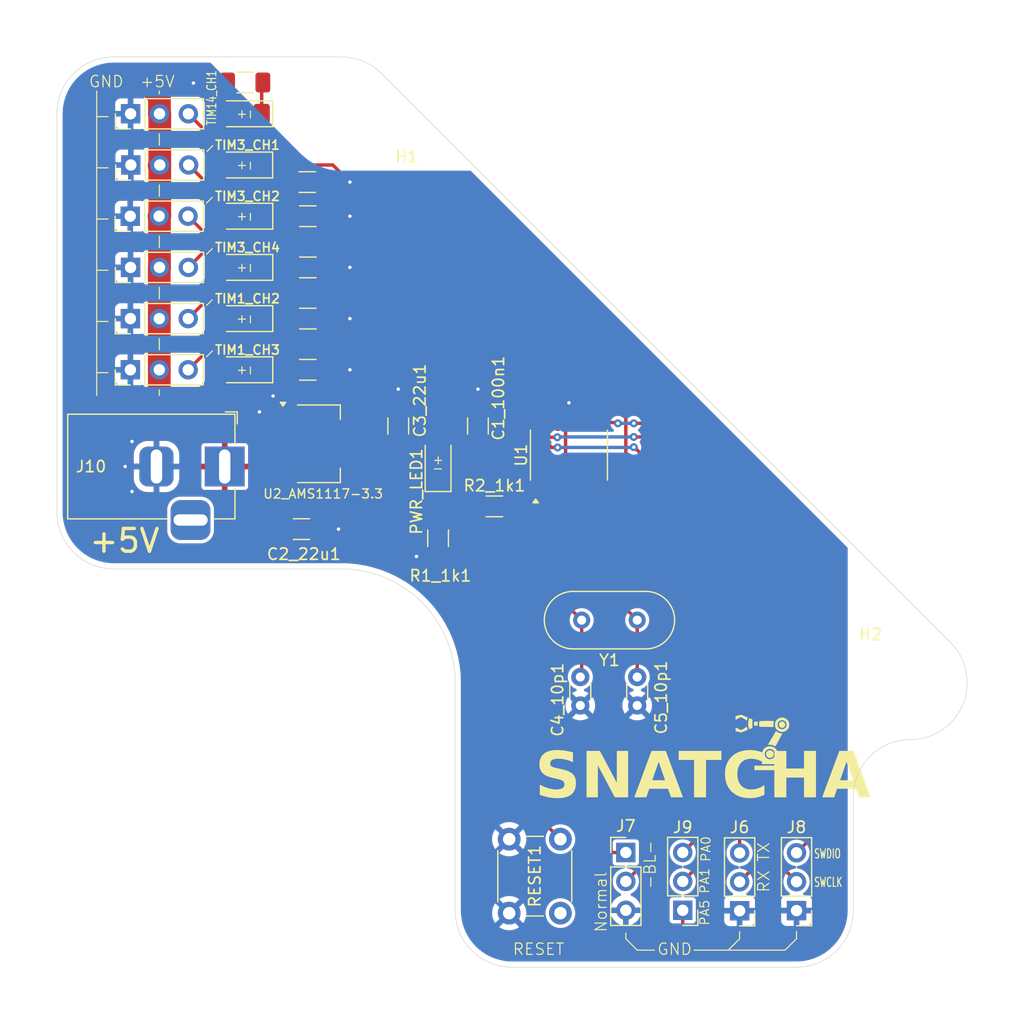
<source format=kicad_pcb>
(kicad_pcb (version 20240108) (generator "pcbnew") (generator_version "8.0")
  (layers (0 "F.Cu" signal) (31 "B.Cu" power) (34 "B.Paste" user) (35 "F.Paste" user) (36 "B.SilkS" user "B.Silkscreen") (37 "F.SilkS" user "F.Silkscreen") (38 "B.Mask" user) (39 "F.Mask" user) (44 "Edge.Cuts" user))
  (net 0 "")
  (net 1 "GND")
  (net 2 "+3V3")
  (net 3 "VBUS")
  (net 4 "/TIM1_CH3")
  (net 5 "/TIM3_CH2")
  (net 6 "/TIM3_CH1")
  (net 7 "/TIM3_CH4")
  (net 8 "/HSE_IN")
  (net 9 "/HSE_OUT")
  (net 10 "/SWCLK")
  (net 11 "/SWDIO")
  (net 12 "/LED-")
  (net 13 "/BOOT0")
  (net 14 "/PA1")
  (net 15 "/TIM14_CH1")
  (net 16 "/NRST")
  (net 17 "/PA0")
  (net 18 "/PA5")
  (net 19 "/TX")
  (net 20 "/RX")
  (net 21 "/TIM1_CH2")
  (net 23 "Net-(T14C1_LED1-K)")
  (net 24 "Net-(T3C1_LED1-K)")
  (net 25 "Net-(T3C2_LED1-K)")
  (net 26 "Net-(T1C2_LED1-K)")
  (net 27 "Net-(T1C3_LED1-K)")
  (net 28 "Net-(T3C4_LED1-K)")
  (footprint "MountingHole:MountingHole_3.2mm_M3" (layer "F.Cu") (at 125 100)
    (property "Reference" "H2")
    (property "Value" "MountingHole")
  )
  (footprint "LED_SMD:LED_1206_3216Metric_Pad1.42x1.75mm_HandSolder" (layer "F.Cu") (at 66.5125 63.5 180)
    (property "Reference" "T3C4_LED1" (hide yes))
    (property "Value" "LED")
  )
  (footprint "Connector_PinHeader_2.54mm:PinHeader_1x03_P2.54mm_Vertical" (layer "F.Cu") (at 56.5 54.5 90)
    (property "Reference" "TIM3_CH1")
    (property "Value" "Conn_01x03_Pin")
  )
  (footprint "Connector_BarrelJack:BarrelJack_Horizontal" (layer "F.Cu") (at 64.75 81)
    (property "Reference" "J10")
    (property "Value" "Barrel_Jack_Switch")
  )
  (footprint "Resistor_SMD:R_1206_3216Metric_Pad1.30x1.75mm_HandSolder" (layer "F.Cu") (at 72.05 72.5 180)
    (property "Reference" "R1_1k6" (hide yes))
    (property "Value" "1k")
  )
  (footprint "LED_SMD:LED_1206_3216Metric_Pad1.42x1.75mm_HandSolder" (layer "F.Cu") (at 66.5 54.5 180)
    (property "Reference" "T3C1_LED1" (hide yes))
    (property "Value" "LED")
  )
  (footprint "Resistor_SMD:R_1206_3216Metric_Pad1.30x1.75mm_HandSolder" (layer "F.Cu") (at 72.05 59 180)
    (property "Reference" "R1_1k4" (hide yes))
    (property "Value" "1k")
  )
  (footprint "Crystal:Crystal_HC49-4H_Vertical" (layer "F.Cu") (at 101 94.5 180)
    (property "Reference" "Y1")
    (property "Value" "8MHz")
  )
  (footprint "Connector_PinHeader_2.54mm:PinHeader_1x03_P2.54mm_Vertical" (layer "F.Cu") (at 56.46 72.5 90)
    (property "Reference" "TIM1_CH3")
    (property "Value" "Conn_01x03_Pin")
  )
  (footprint "Connector_PinHeader_2.54mm:PinHeader_1x03_P2.54mm_Vertical" (layer "F.Cu") (at 100 114.92)
    (property "Reference" "J7")
    (property "Value" "Conn_01x03_Pin")
  )
  (footprint "Resistor_SMD:R_1206_3216Metric_Pad1.30x1.75mm_HandSolder" (layer "F.Cu") (at 83.5 87.3 -90)
    (property "Reference" "R1_1k1")
    (property "Value" "1k")
  )
  (footprint "LED_SMD:LED_1206_3216Metric_Pad1.42x1.75mm_HandSolder" (layer "F.Cu") (at 66.5125 72.5 180)
    (property "Reference" "T1C3_LED1" (hide yes))
    (property "Value" "LED")
  )
  (footprint "Capacitor_SMD:C_1206_3216Metric_Pad1.33x1.80mm_HandSolder" (layer "F.Cu") (at 87 77.4375 90)
    (property "Reference" "C1_100n1")
    (property "Value" "100n")
  )
  (footprint "Resistor_SMD:R_1206_3216Metric_Pad1.30x1.75mm_HandSolder" (layer "F.Cu") (at 66.55 47.25)
    (property "Reference" "R1_1k2" (hide yes))
    (property "Value" "1k")
  )
  (footprint "Resistor_SMD:R_1206_3216Metric_Pad1.30x1.75mm_HandSolder" (layer "F.Cu") (at 88.45 84.5)
    (property "Reference" "R2_1k1")
    (property "Value" "1k")
  )
  (footprint "Connector_PinHeader_2.54mm:PinHeader_1x03_P2.54mm_Vertical" (layer "F.Cu") (at 56.46 68 90)
    (property "Reference" "TIM1_CH2")
    (property "Value" "Conn_01x03_Pin")
  )
  (footprint "Connector_PinHeader_2.54mm:PinHeader_1x03_P2.54mm_Vertical" (layer "F.Cu") (at 110 120.04 180)
    (property "Reference" "J6")
    (property "Value" "Conn_01x03_Pin")
  )
  (footprint "LED_SMD:LED_1206_3216Metric_Pad1.42x1.75mm_HandSolder" (layer "F.Cu") (at 83.5 80.7375 90)
    (property "Reference" "PWR_LED1")
    (property "Value" "LED")
  )
  (footprint "Resistor_SMD:R_1206_3216Metric_Pad1.30x1.75mm_HandSolder" (layer "F.Cu") (at 72.05 63.5 180)
    (property "Reference" "R1_1k7" (hide yes))
    (property "Value" "1k")
  )
  (footprint "Capacitor_THT:C_Disc_D3.0mm_W1.6mm_P2.50mm" (layer "F.Cu") (at 96 99.5 -90)
    (property "Reference" "C4_10p1")
    (property "Value" "10p")
  )
  (footprint "Button_Switch_THT:SW_PUSH_6mm" (layer "F.Cu") (at 89.75 120.25 90)
    (property "Reference" "RESET1")
    (property "Value" "SW_Push_Dual_x2")
  )
  (footprint "Package_TO_SOT_SMD:SOT-223-3_TabPin2" (layer "F.Cu") (at 73 79)
    (property "Reference" "U2_AMS1117-3.3")
    (property "Value" "AMS1117-3.3")
  )
  (footprint "Capacitor_THT:C_Disc_D3.0mm_W1.6mm_P2.50mm" (layer "F.Cu") (at 101 99.5 -90)
    (property "Reference" "C5_10p1")
    (property "Value" "10p")
  )
  (footprint "Connector_PinHeader_2.54mm:PinHeader_1x03_P2.54mm_Vertical" (layer "F.Cu") (at 56.475 50 90)
    (property "Reference" "TIM14_CH1")
    (property "Value" "Conn_01x03_Pin")
  )
  (footprint "Connector_PinHeader_2.54mm:PinHeader_1x03_P2.54mm_Vertical" (layer "F.Cu") (at 56.445 59 90)
    (property "Reference" "TIM3_CH2")
    (property "Value" "Conn_01x03_Pin")
  )
  (footprint "Connector_PinHeader_2.54mm:PinHeader_1x03_P2.54mm_Vertical" (layer "F.Cu") (at 56.475 63.5 90)
    (property "Reference" "TIM3_CH4")
    (property "Value" "Conn_01x03_Pin")
  )
  (footprint "Resistor_SMD:R_1206_3216Metric_Pad1.30x1.75mm_HandSolder" (layer "F.Cu") (at 72 56 180)
    (property "Reference" "R1_1k3" (hide yes))
    (property "Value" "1k")
  )
  (footprint "LED_SMD:LED_1206_3216Metric_Pad1.42x1.75mm_HandSolder" (layer "F.Cu") (at 66.5125 59 180)
    (property "Reference" "T3C2_LED1" (hide yes))
    (property "Value" "LED")
  )
  (footprint "Capacitor_SMD:C_1206_3216Metric_Pad1.33x1.80mm_HandSolder" (layer "F.Cu") (at 80 77.4375 90)
    (property "Reference" "C3_22u1")
    (property "Value" "22u")
  )
  (footprint "Resistor_SMD:R_1206_3216Metric_Pad1.30x1.75mm_HandSolder" (layer "F.Cu") (at 72.05 68 180)
    (property "Reference" "R1_1k5" (hide yes))
    (property "Value" "1k")
  )
  (footprint "MountingHole:MountingHole_3.2mm_M3" (layer "F.Cu") (at 75 50)
    (property "Reference" "H1")
    (property "Value" "MountingHole")
  )
  (footprint "LED_SMD:LED_1206_3216Metric_Pad1.42x1.75mm_HandSolder" (layer "F.Cu") (at 66.5125 68 180)
    (property "Reference" "T1C2_LED1" (hide yes))
    (property "Value" "LED")
  )
  (footprint "LOGO" (layer "F.Cu") (at 112 105.25)
    (property "Reference" "G***" (hide yes))
    (property "Value" "LOGO" (hide yes))
  )
  (footprint "Connector_PinHeader_2.54mm:PinHeader_1x03_P2.54mm_Vertical" (layer "F.Cu") (at 115 120.025 180)
    (property "Reference" "J8")
    (property "Value" "Conn_01x03_Pin")
  )
  (footprint "Capacitor_SMD:C_1206_3216Metric_Pad1.33x1.80mm_HandSolder" (layer "F.Cu") (at 71.5 86.5)
    (property "Reference" "C2_22u1")
    (property "Value" "22u")
  )
  (footprint "Connector_PinHeader_2.54mm:PinHeader_1x03_P2.54mm_Vertical" (layer "F.Cu") (at 105 120 180)
    (property "Reference" "J9")
    (property "Value" "Conn_01x03_Pin")
  )
  (footprint "LED_SMD:LED_1206_3216Metric_Pad1.42x1.75mm_HandSolder" (layer "F.Cu") (at 66.5125 50 180)
    (property "Reference" "T14C1_LED1" (hide yes))
    (property "Value" "LED")
  )
  (footprint "Package_SO:TSSOP-20_4.4x6.5mm_P0.65mm" (layer "F.Cu") (at 95 80 90)
    (property "Reference" "U1")
    (property "Value" "STM32F070F6Px")
  )
  (gr_line (start 53.5 50.25) (end 54.5 50.25) (stroke (width 0.1)) (layer "F.SilkS"))
  (gr_line (start 101 123.5) (end 100 122.5) (stroke (width 0.1)) (layer "F.SilkS"))
  (gr_line (start 59 65.25) (end 59 66.25) (stroke (width 0.1)) (layer "F.SilkS"))
  (gr_line (start 53.5 54.75) (end 54.5 54.75) (stroke (width 0.1)) (layer "F.SilkS"))
  (gr_line (start 63.65 70.85) (end 63.15 71.35) (stroke (width 0.1)) (layer "F.SilkS"))
  (gr_line (start 115 122.5) (end 115 121.855) (stroke (width 0.1)) (layer "F.SilkS"))
  (gr_line (start 59 51.75) (end 59 52.75) (stroke (width 0.1)) (layer "F.SilkS"))
  (gr_line (start 59 56.25) (end 59 57.25) (stroke (width 0.1)) (layer "F.SilkS"))
  (gr_line (start 63.65 57.35) (end 63.15 57.85) (stroke (width 0.1)) (layer "F.SilkS"))
  (gr_line (start 53.5 63.75) (end 54.5 63.75) (stroke (width 0.1)) (layer "F.SilkS"))
  (gr_line (start 106 123.5) (end 113.5 123.5) (stroke (width 0.1)) (layer "F.SilkS"))
  (gr_line (start 110 121.87) (end 110 122.5) (stroke (width 0.1)) (layer "F.SilkS"))
  (gr_line (start 100 122.5) (end 100 122) (stroke (width 0.1)) (layer "F.SilkS"))
  (gr_line (start 53.5 59.25) (end 54.5 59.25) (stroke (width 0.1)) (layer "F.SilkS"))
  (gr_line (start 59 48) (end 59 48.25) (stroke (width 0.1)) (layer "F.SilkS"))
  (gr_line (start 110 122.5) (end 109 123.5) (stroke (width 0.1)) (layer "F.SilkS"))
  (gr_line (start 53.5 68.25) (end 54.5 68.25) (stroke (width 0.1)) (layer "F.SilkS"))
  (gr_line (start 59 69.75) (end 59 70.75) (stroke (width 0.1)) (layer "F.SilkS"))
  (gr_line (start 59 74.25) (end 59 74.75) (stroke (width 0.1)) (layer "F.SilkS"))
  (gr_line (start 59 60.75) (end 59 61.75) (stroke (width 0.1)) (layer "F.SilkS"))
  (gr_line (start 53.5 48) (end 53.5 74.75) (stroke (width 0.1)) (layer "F.SilkS"))
  (gr_line (start 63.7 52.8) (end 63.2 53.3) (stroke (width 0.1)) (layer "F.SilkS"))
  (gr_line (start 113.5 123.5) (end 114 123.5) (stroke (width 0.1)) (layer "F.SilkS"))
  (gr_line (start 53.5 72.75) (end 54.5 72.75) (stroke (width 0.1)) (layer "F.SilkS"))
  (gr_line (start 63.65 61.85) (end 63.15 62.35) (stroke (width 0.1)) (layer "F.SilkS"))
  (gr_line (start 63.65 66.35) (end 63.15 66.85) (stroke (width 0.1)) (layer "F.SilkS"))
  (gr_line (start 102.5 123.5) (end 101 123.5) (stroke (width 0.1)) (layer "F.SilkS"))
  (gr_line (start 114 123.5) (end 115 122.5) (stroke (width 0.1)) (layer "F.SilkS"))
  (gr_arc (start 75 45) (mid 76.913417 45.380602) (end 78.535534 46.464466) (stroke (width 0.05)) (layer "Edge.Cuts"))
  (gr_arc (start 130 100) (mid 128.535534 103.535534) (end 125 105) (stroke (width 0.05)) (layer "Edge.Cuts"))
  (gr_line (start 50 85) (end 50 60) (stroke (width 0.05)) (layer "Edge.Cuts"))
  (gr_arc (start 128.535534 96.464466) (mid 129.619398 98.086583) (end 130 100) (stroke (width 0.05)) (layer "Edge.Cuts"))
  (gr_arc (start 120 110) (mid 121.464466 106.464466) (end 125 105) (stroke (width 0.05)) (layer "Edge.Cuts"))
  (gr_arc (start 55 90) (mid 51.464466 88.535534) (end 50 85) (stroke (width 0.05)) (layer "Edge.Cuts"))
  (gr_line (start 50 60) (end 50 50) (stroke (width 0.05)) (layer "Edge.Cuts"))
  (gr_line (start 65 90) (end 75 90) (stroke (width 0.05)) (layer "Edge.Cuts"))
  (gr_arc (start 50 50) (mid 51.464466 46.464466) (end 55 45) (stroke (width 0.05)) (layer "Edge.Cuts"))
  (gr_line (start 65 45) (end 75 45) (stroke (width 0.05)) (layer "Edge.Cuts"))
  (gr_arc (start 120 120) (mid 118.535534 123.535534) (end 115 125) (stroke (width 0.05)) (layer "Edge.Cuts"))
  (gr_line (start 55 45) (end 65 45) (stroke (width 0.05)) (layer "Edge.Cuts"))
  (gr_line (start 120 110) (end 120 120) (stroke (width 0.05)) (layer "Edge.Cuts"))
  (gr_line (start 78.535534 46.464466) (end 128.535534 96.464466) (stroke (width 0.05)) (layer "Edge.Cuts"))
  (gr_line (start 85 100) (end 85 120) (stroke (width 0.05)) (layer "Edge.Cuts"))
  (gr_arc (start 75 90) (mid 82.071068 92.928932) (end 85 100) (stroke (width 0.05)) (layer "Edge.Cuts"))
  (gr_arc (start 90 125) (mid 86.464466 123.535534) (end 85 120) (stroke (width 0.05)) (layer "Edge.Cuts"))
  (gr_line (start 115 125) (end 90 125) (stroke (width 0.05)) (layer "Edge.Cuts"))
  (gr_line (start 55 90) (end 65 90) (stroke (width 0.05)) (layer "Edge.Cuts"))
  (gr_text "PA0" (at 107.5 115.8 90) (layer "F.SilkS") (effects (font (size 0.8 0.8) (thickness 0.1)) (justify left bottom)))
  (gr_text "GND" (at 102.7 124 0) (layer "F.SilkS") (effects (font (size 1 1) (thickness 0.1)) (justify left bottom)))
  (gr_text "+5V" (at 52.7 88.7 0) (layer "F.SilkS") (effects (font (size 2 2) (thickness 0.3)) (justify left bottom)))
  (gr_text "-" (at 66.6 49.5 -90) (layer "F.SilkS") (effects (font (size 0.8 0.8) (thickness 0.1)) (justify left bottom)))
  (gr_text "+" (at 65.7 50.45 0) (layer "F.SilkS") (effects (font (size 0.8 0.8) (thickness 0.1)) (justify left bottom)))
  (gr_text "+" (at 65.7 59.45 0) (layer "F.SilkS") (effects (font (size 0.8 0.8) (thickness 0.1)) (justify left bottom)))
  (gr_text "-BL-" (at 102.7 118.2 90) (layer "F.SilkS") (effects (font (size 1 1) (thickness 0.1)) (justify left bottom)))
  (gr_text "-" (at 66.6 67.5 -90) (layer "F.SilkS") (effects (font (size 0.8 0.8) (thickness 0.1)) (justify left bottom)))
  (gr_text "+" (at 65.7 72.95 0) (layer "F.SilkS") (effects (font (size 0.8 0.8) (thickness 0.1)) (justify left bottom)))
  (gr_text "SWDIO" (at 116.5 115.5 0) (layer "F.SilkS") (effects (font (size 0.8 0.5) (thickness 0.1)) (justify left bottom)))
  (gr_text "-" (at 66.6 72 -90) (layer "F.SilkS") (effects (font (size 0.8 0.8) (thickness 0.1)) (justify left bottom)))
  (gr_text "SWCLK" (at 116.5 118 0) (layer "F.SilkS") (effects (font (size 0.8 0.5) (thickness 0.1)) (justify left bottom)))
  (gr_text "TX" (at 112.7 115.8 90) (layer "F.SilkS") (effects (font (size 1 1) (thickness 0.1)) (justify left bottom)))
  (gr_text "+" (at 65.7 68.45 0) (layer "F.SilkS") (effects (font (size 0.8 0.8) (thickness 0.1)) (justify left bottom)))
  (gr_text "-" (at 66.6 63 -90) (layer "F.SilkS") (effects (font (size 0.8 0.8) (thickness 0.1)) (justify left bottom)))
  (gr_text "-" (at 66.6 54 -90) (layer "F.SilkS") (effects (font (size 0.8 0.8) (thickness 0.1)) (justify left bottom)))
  (gr_text "RESET\n" (at 90 124 0) (layer "F.SilkS") (effects (font (size 1 1) (thickness 0.1)) (justify left bottom)))
  (gr_text "-" (at 66.6 58.5 -90) (layer "F.SilkS") (effects (font (size 0.8 0.8) (thickness 0.1)) (justify left bottom)))
  (gr_text "-" (at 84.05 80.8 180) (layer "F.SilkS") (effects (font (size 0.8 0.8) (thickness 0.1)) (justify left bottom)))
  (gr_text "RX" (at 112.7 118.5 90) (layer "F.SilkS") (effects (font (size 1 1) (thickness 0.1)) (justify left bottom)))
  (gr_text "SNATCHA" (at 92 110.75 0) (layer "F.SilkS") (effects (font (size 4 4) (thickness 0.5) (bold yes)) (justify left bottom)))
  (gr_text "PA1\n" (at 107.4 118.6 90) (layer "F.SilkS") (effects (font (size 0.8 0.8) (thickness 0.1)) (justify left bottom)))
  (gr_text "Normal" (at 98.4 122 90) (layer "F.SilkS") (effects (font (size 1 1) (thickness 0.1)) (justify left bottom)))
  (gr_text "+" (at 83.1 79.9 270) (layer "F.SilkS") (effects (font (size 0.8 0.8) (thickness 0.1)) (justify left bottom)))
  (gr_text "+" (at 65.7 63.95 0) (layer "F.SilkS") (effects (font (size 0.8 0.8) (thickness 0.1)) (justify left bottom)))
  (gr_text "GND" (at 52.75 47.75 0) (layer "F.SilkS") (effects (font (size 1 1) (thickness 0.1)) (justify left bottom)))
  (gr_text "+" (at 65.7 54.95 0) (layer "F.SilkS") (effects (font (size 0.8 0.8) (thickness 0.1)) (justify left bottom)))
  (gr_text "+5V" (at 57.25 47.75 0) (layer "F.SilkS") (effects (font (size 1 1) (thickness 0.1)) (justify left bottom)))
  (gr_text "PA5\n" (at 107.4 121.4 90) (layer "F.SilkS") (effects (font (size 0.8 0.8) (thickness 0.1)) (justify left bottom)))
  (segment (start 81.65 88.85) (end 81.6 88.9) (width 1) (layer "F.Cu") (net 1))
  (segment (start 95.325 77.1375) (end 95.325 75.725) (width 0.3) (layer "F.Cu") (net 1))
  (segment (start 65 47.25) (end 62.05 47.25) (width 0.3) (layer "F.Cu") (net 1))
  (segment (start 73.0625 86.5) (end 74.75 86.5) (width 1) (layer "F.Cu") (net 1))
  (segment (start 73.6 72.5) (end 75.75 72.5) (width 0.3) (layer "F.Cu") (net 1))
  (segment (start 87 75.875) (end 87 74.2) (width 1) (layer "F.Cu") (net 1))
  (segment (start 73.6 59) (end 75.75 59) (width 0.3) (layer "F.Cu") (net 1))
  (segment (start 95.325 75.725) (end 95 75.4) (width 0.3) (layer "F.Cu") (net 1))
  (segment (start 73.55 56) (end 75.75 56) (width 0.3) (layer "F.Cu") (net 1))
  (segment (start 83.5 88.85) (end 81.65 88.85) (width 1) (layer "F.Cu") (net 1))
  (segment (start 62.05 47.25) (end 62 47.3) (width 0.3) (layer "F.Cu") (net 1))
  (segment (start 73.6 68) (end 75.75 68) (width 0.3) (layer "F.Cu") (net 1))
  (segment (start 73.6 63.5) (end 75.75 63.5) (width 0.3) (layer "F.Cu") (net 1))
  (segment (start 80 75.875) (end 80 74.2) (width 1) (layer "F.Cu") (net 1))
  (via (at 74.75 86.5) (size 0.7) (drill 0.3) (layers "F.Cu" "B.Cu") (net 1))
  (via (at 75.75 63.5) (size 0.7) (drill 0.3) (layers "F.Cu" "B.Cu") (net 1))
  (via (at 75.75 72.5) (size 0.7) (drill 0.3) (layers "F.Cu" "B.Cu") (net 1))
  (via (at 80 74.2) (size 0.7) (drill 0.3) (layers "F.Cu" "B.Cu") (net 1))
  (via (at 56.6 78.8) (size 0.7) (drill 0.3) (layers "F.Cu" "B.Cu") (net 1))
  (via (at 95 75.4) (size 0.7) (drill 0.3) (layers "F.Cu" "B.Cu") (net 1))
  (via (at 87 74.2) (size 0.7) (drill 0.3) (layers "F.Cu" "B.Cu") (net 1))
  (via (at 75.75 56) (size 0.7) (drill 0.3) (layers "F.Cu" "B.Cu") (net 1))
  (via (at 75.75 59) (size 0.7) (drill 0.3) (layers "F.Cu" "B.Cu") (net 1))
  (via (at 56.6 83.2) (size 0.7) (drill 0.3) (layers "F.Cu" "B.Cu") (net 1))
  (via (at 56 81) (size 0.7) (drill 0.3) (layers "F.Cu" "B.Cu") (net 1))
  (via (at 62 47.3) (size 0.7) (drill 0.3) (layers "F.Cu" "B.Cu") (net 1))
  (via (at 67.8 76.2) (size 0.7) (drill 0.3) (layers "F.Cu" "B.Cu") (net 1))
  (via (at 75.75 68) (size 0.7) (drill 0.3) (layers "F.Cu" "B.Cu") (net 1))
  (via (at 81.6 88.9) (size 0.7) (drill 0.3) (layers "F.Cu" "B.Cu") (net 1))
  (via (at 69 74.8) (size 0.7) (drill 0.3) (layers "F.Cu" "B.Cu") (net 1))
  (segment (start 94.675 77.1375) (end 94.704017 77.166517) (width 0.3) (layer "F.Cu") (net 2))
  (segment (start 98.58 114.92) (end 97.5 116) (width 0.3) (layer "F.Cu") (net 2))
  (segment (start 94.404017 80.25) (end 94.704017 79.95) (width 0.3) (layer "F.Cu") (net 2))
  (segment (start 95.75 123) (end 89 123) (width 0.3) (layer "F.Cu") (net 2))
  (segment (start 90.9 80.25) (end 89.65 79) (width 0.3) (layer "F.Cu") (net 2))
  (segment (start 86.9 84.5) (end 86.9 79.1) (width 0.5) (layer "F.Cu") (net 2))
  (segment (start 76.15 79) (end 80 79) (width 1) (layer "F.Cu") (net 2))
  (segment (start 94.704017 82.833483) (end 94.675 82.8625) (width 0.3) (layer "F.Cu") (net 2))
  (segment (start 94.4 80.25) (end 90.9 80.25) (width 0.3) (layer "F.Cu") (net 2))
  (segment (start 94.704017 80.55) (end 94.704017 82.833483) (width 0.3) (layer "F.Cu") (net 2))
  (segment (start 87 83.95) (end 86.45 84.5) (width 0.2) (layer "F.Cu") (net 2))
  (segment (start 94.404017 80.25) (end 94.704017 80.55) (width 0.3) (layer "F.Cu") (net 2))
  (segment (start 86.9 79.1) (end 87 79) (width 0.5) (layer "F.Cu") (net 2))
  (segment (start 94.704017 79.95) (end 94.704017 80.25) (width 0.3) (layer "F.Cu") (net 2))
  (segment (start 89 123) (end 86.9 120.9) (width 0.3) (layer "F.Cu") (net 2))
  (segment (start 97.5 121.25) (end 95.75 123) (width 0.3) (layer "F.Cu") (net 2))
  (segment (start 94.704017 77.166517) (end 94.704017 79.95) (width 0.3) (layer "F.Cu") (net 2))
  (segment (start 94.4 80.25) (end 94.404017 80.25) (width 0.3) (layer "F.Cu") (net 2))
  (segment (start 89.65 79) (end 87 79) (width 0.3) (layer "F.Cu") (net 2))
  (segment (start 69.85 79) (end 76.15 79) (width 1) (layer "F.Cu") (net 2))
  (segment (start 86.9 120.9) (end 86.9 84.5) (width 0.3) (layer "F.Cu") (net 2))
  (segment (start 100 114.92) (end 98.58 114.92) (width 0.3) (layer "F.Cu") (net 2))
  (segment (start 94.704017 80.25) (end 94.704017 80.55) (width 0.3) (layer "F.Cu") (net 2))
  (segment (start 97.5 116) (end 97.5 121.25) (width 0.3) (layer "F.Cu") (net 2))
  (segment (start 94.704017 80.25) (end 94.4 80.25) (width 0.3) (layer "F.Cu") (net 2))
  (segment (start 53 70.4) (end 53 74) (width 2) (layer "F.Cu") (net 3))
  (segment (start 58.9 65.8) (end 59 65.9) (width 1) (layer "F.Cu") (net 3))
  (segment (start 59 72.5) (end 59 70.3) (width 2) (layer "F.Cu") (net 3))
  (segment (start 59.04 52.25) (end 59.04 50.025) (width 2) (layer "F.Cu") (net 3))
  (segment (start 53 65.8) (end 58.9 65.8) (width 1) (layer "F.Cu") (net 3))
  (segment (start 53 56.8) (end 53 61.3) (width 2) (layer "F.Cu") (net 3))
  (segment (start 59.015 48.44) (end 57.775 47.2) (width 2) (layer "F.Cu") (net 3))
  (segment (start 59.015 59.03) (end 58.985 59) (width 2) (layer "F.Cu") (net 3))
  (segment (start 59 75.25) (end 59 72.5) (width 2) (layer "F.Cu") (net 3))
  (segment (start 59.015 63.5) (end 59.015 61.5) (width 2) (layer "F.Cu") (net 3))
  (segment (start 53 49) (end 53 52.2) (width 2) (layer "F.Cu") (net 3))
  (segment (start 59.04 58.945) (end 58.985 59) (width 2) (layer "F.Cu") (net 3))
  (segment (start 54.8 47.2) (end 53 49) (width 2) (layer "F.Cu") (net 3))
  (segment (start 53 61.3) (end 53 65.8) (width 2) (layer "F.Cu") (net 3))
  (segment (start 59.04 52.25) (end 53.05 52.25) (width 1) (layer "F.Cu") (net 3))
  (segment (start 53 61.3) (end 58.815 61.3) (width 1) (layer "F.Cu") (net 3))
  (segment (start 58.9 70.4) (end 59 70.3) (width 1) (layer "F.Cu") (net 3))
  (segment (start 53 52.2) (end 53 56.8) (width 2) (layer "F.Cu") (net 3))
  (segment (start 58.985 54.555) (end 59.04 54.5) (width 2) (layer "F.Cu") (net 3))
  (segment (start 53.05 52.25) (end 53 52.2) (width 1) (layer "F.Cu") (net 3))
  (segment (start 59.015 61.5) (end 59.015 59.03) (width 2) (layer "F.Cu") (net 3))
  (segment (start 59.04 56.75) (end 59.04 58.945) (width 2) (layer "F.Cu") (net 3))
  (segment (start 53 70.4) (end 58.9 70.4) (width 1) (layer "F.Cu") (net 3))
  (segment (start 59 68) (end 59 65.9) (width 2) (layer "F.Cu") (net 3))
  (segment (start 59 65.9) (end 59 63.515) (width 2) (layer "F.Cu") (net 3))
  (segment (start 57.775 47.2) (end 54.8 47.2) (width 2) (layer "F.Cu") (net 3))
  (segment (start 59.04 54.5) (end 59.04 56.75) (width 2) (layer "F.Cu") (net 3))
  (segment (start 59.04 50.025) (end 59.015 50) (width 2) (layer "F.Cu") (net 3))
  (segment (start 59 70.3) (end 59 68) (width 2) (layer "F.Cu") (net 3))
  (segment (start 53.05 56.75) (end 53 56.8) (width 1) (layer "F.Cu") (net 3))
  (segment (start 59.015 50) (end 59.015 48.44) (width 2) (layer "F.Cu") (net 3))
  (segment (start 59 63.515) (end 59.015 63.5) (width 2) (layer "F.Cu") (net 3))
  (segment (start 53 74) (end 54.25 75.25) (width 2) (layer "F.Cu") (net 3))
  (segment (start 54.25 75.25) (end 59 75.25) (width 2) (layer "F.Cu") (net 3))
  (segment (start 53 65.8) (end 53 70.4) (width 2) (layer "F.Cu") (net 3))
  (segment (start 59.04 56.75) (end 53.05 56.75) (width 1) (layer "F.Cu") (net 3))
  (segment (start 58.815 61.3) (end 59.015 61.5) (width 1) (layer "F.Cu") (net 3))
  (segment (start 59.04 54.5) (end 59.04 52.25) (width 2) (layer "F.Cu") (net 3))
  (segment (start 65.025 70.975) (end 65.5 70.5) (width 0.3) (layer "F.Cu") (net 4))
  (segment (start 93.375 75.625) (end 88.25 70.5) (width 0.3) (layer "F.Cu") (net 4))
  (segment (start 65.025 72.5) (end 65.025 70.975) (width 0.3) (layer "F.Cu") (net 4))
  (segment (start 63.54 70.5) (end 61.54 72.5) (width 0.3) (layer "F.Cu") (net 4))
  (segment (start 65.5 70.5) (end 63.54 70.5) (width 0.3) (layer "F.Cu") (net 4))
  (segment (start 88.25 70.5) (end 65.5 70.5) (width 0.3) (layer "F.Cu") (net 4))
  (segment (start 93.375 77.1375) (end 93.375 75.625) (width 0.3) (layer "F.Cu") (net 4))
  (segment (start 61.525 59) (end 63.525 61) (width 0.3) (layer "F.Cu") (net 5))
  (segment (start 65.025 60.275) (end 65.75 61) (width 0.3) (layer "F.Cu") (net 5))
  (segment (start 65.025 59) (end 65.025 60.275) (width 0.3) (layer "F.Cu") (net 5))
  (segment (start 65.75 61) (end 83.5 61) (width 0.3) (layer "F.Cu") (net 5))
  (segment (start 96.625 74.125) (end 96.625 77.1375) (width 0.3) (layer "F.Cu") (net 5))
  (segment (start 63.525 61) (end 65.75 61) (width 0.3) (layer "F.Cu") (net 5))
  (segment (start 83.5 61) (end 96.625 74.125) (width 0.3) (layer "F.Cu") (net 5))
  (segment (start 65.0125 56.0125) (end 66.5 57.5) (width 0.3) (layer "F.Cu") (net 6))
  (segment (start 97.275 73.275) (end 97.275 77.1375) (width 0.3) (layer "F.Cu") (net 6))
  (segment (start 64.58 57.5) (end 66.5 57.5) (width 0.3) (layer "F.Cu") (net 6))
  (segment (start 66.5 57.5) (end 81.5 57.5) (width 0.3) (layer "F.Cu") (net 6))
  (segment (start 61.58 54.5) (end 64.58 57.5) (width 0.3) (layer "F.Cu") (net 6))
  (segment (start 81.5 57.5) (end 97.275 73.275) (width 0.3) (layer "F.Cu") (net 6))
  (segment (start 65.0125 54.5) (end 65.0125 56.0125) (width 0.3) (layer "F.Cu") (net 6))
  (segment (start 95.975 74.975) (end 95.975 77.1375) (width 0.3) (layer "F.Cu") (net 7))
  (segment (start 63.555 61.5) (end 65.75 61.5) (width 0.3) (layer "F.Cu") (net 7))
  (segment (start 61.555 63.5) (end 63.555 61.5) (width 0.3) (layer "F.Cu") (net 7))
  (segment (start 65.025 62.225) (end 65.75 61.5) (width 0.3) (layer "F.Cu") (net 7))
  (segment (start 65.025 63.5) (end 65.025 62.225) (width 0.3) (layer "F.Cu") (net 7))
  (segment (start 82.5 61.5) (end 95.975 74.975) (width 0.3) (layer "F.Cu") (net 7))
  (segment (start 65.75 61.5) (end 82.5 61.5) (width 0.3) (layer "F.Cu") (net 7))
  (segment (start 92.725 82.8625) (end 92.725 91.105) (width 0.3) (layer "F.Cu") (net 8))
  (segment (start 96.12 99.38) (end 96 99.5) (width 0.3) (layer "F.Cu") (net 8))
  (segment (start 96.12 94.5) (end 96.12 99.38) (width 0.3) (layer "F.Cu") (net 8))
  (segment (start 92.725 91.105) (end 96.12 94.5) (width 0.3) (layer "F.Cu") (net 8))
  (segment (start 101 94.5) (end 101 99.5) (width 0.3) (layer "F.Cu") (net 9))
  (segment (start 93.375 86.875) (end 101 94.5) (width 0.3) (layer "F.Cu") (net 9))
  (segment (start 93.375 82.8625) (end 93.375 86.875) (width 0.3) (layer "F.Cu") (net 9))
  (segment (start 112.9 115.385) (end 115 117.485) (width 0.3) (layer "F.Cu") (net 10))
  (segment (start 92.075 77.921275) (end 93.478259 79.324534) (width 0.3) (layer "F.Cu") (net 10))
  (segment (start 100.65 79.2) (end 112.9 91.45) (width 0.3) (layer "F.Cu") (net 10))
  (segment (start 93.478259 79.324534) (end 94.004017 79.324534) (width 0.3) (layer "F.Cu") (net 10))
  (segment (start 92.075 77.1375) (end 92.075 77.921275) (width 0.3) (layer "F.Cu") (net 10))
  (segment (start 112.9 91.45) (end 112.9 115.385) (width 0.3) (layer "F.Cu") (net 10))
  (via (at 94.004017 79.324534) (size 0.7) (drill 0.3) (layers "F.Cu" "B.Cu") (net 10))
  (via (at 100.7 79.300003) (size 0.7) (drill 0.3) (layers "F.Cu" "B.Cu") (net 10))
  (segment (start 100.649997 79.200003) (end 100.65 79.2) (width 0.3) (layer "B.Cu") (net 10))
  (segment (start 94.004017 79.324534) (end 100.675469 79.324534) (width 0.3) (layer "B.Cu") (net 10))
  (segment (start 100.675469 79.324534) (end 100.7 79.300003) (width 0.3) (layer "B.Cu") (net 10))
  (segment (start 100.65 78.4) (end 105.1 78.4) (width 0.3) (layer "F.Cu") (net 11))
  (segment (start 92.725 77.864168) (end 92.725 77.1375) (width 0.3) (layer "F.Cu") (net 11))
  (segment (start 105.1 78.4) (end 117 90.3) (width 0.3) (layer "F.Cu") (net 11))
  (segment (start 100.65 78.4) (end 100.7 78.4) (width 0.3) (layer "F.Cu") (net 11))
  (segment (start 93.285832 78.425) (end 92.725 77.864168) (width 0.3) (layer "F.Cu") (net 11))
  (segment (start 93.975 78.425) (end 93.285832 78.425) (width 0.3) (layer "F.Cu") (net 11))
  (segment (start 117 90.3) (end 117 112.945) (width 0.3) (layer "F.Cu") (net 11))
  (segment (start 117 112.945) (end 115 114.945) (width 0.3) (layer "F.Cu") (net 11))
  (via (at 93.975 78.425) (size 0.7) (drill 0.3) (layers "F.Cu" "B.Cu") (net 11))
  (via (at 100.7 78.4) (size 0.7) (drill 0.3) (layers "F.Cu" "B.Cu") (net 11))
  (segment (start 100.7 78.4) (end 94 78.4) (width 0.3) (layer "B.Cu") (net 11))
  (segment (start 94 78.4) (end 93.975 78.425) (width 0.3) (layer "B.Cu") (net 11))
  (segment (start 83.5 82.225) (end 83.5 85.75) (width 1) (layer "F.Cu") (net 12))
  (segment (start 92.075 82.8625) (end 92.075 87.925) (width 0.3) (layer "F.Cu") (net 13))
  (segment (start 92.075 87.925) (end 90.75 89.25) (width 0.3) (layer "F.Cu") (net 13))
  (segment (start 90.75 105.75) (end 97 112) (width 0.3) (layer "F.Cu") (net 13))
  (segment (start 102.25 113.5) (end 102.25 115.21) (width 0.3) (layer "F.Cu") (net 13))
  (segment (start 102.25 115.21) (end 100 117.46) (width 0.3) (layer "F.Cu") (net 13))
  (segment (start 100.75 112) (end 102.25 113.5) (width 0.3) (layer "F.Cu") (net 13))
  (segment (start 90.75 89.25) (end 90.75 105.75) (width 0.3) (layer "F.Cu") (net 13))
  (segment (start 97 112) (end 100.75 112) (width 0.3) (layer "F.Cu") (net 13))
  (segment (start 107.46 115) (end 105 117.46) (width 0.3) (layer "F.Cu") (net 14))
  (segment (start 95.975 85.669607) (end 99.69559 89.390197) (width 0.3) (layer "F.Cu") (net 14))
  (segment (start 95.975 82.8625) (end 95.975 85.669607) (width 0.3) (layer "F.Cu") (net 14))
  (segment (start 99.69559 89.390197) (end 105.890197 89.390197) (width 0.3) (layer "F.Cu") (net 14))
  (segment (start 105.890197 89.390197) (end 107.5 91) (width 0.3) (layer "F.Cu") (net 14))
  (segment (start 107.5 91) (end 107.5 115) (width 0.3) (layer "F.Cu") (net 14))
  (segment (start 107.5 115) (end 107.46 115) (width 0.3) (layer "F.Cu") (net 14))
  (segment (start 63.755 52.2) (end 65.75 52.2) (width 0.3) (layer "F.Cu") (net 15))
  (segment (start 100 82) (end 98.7875 82) (width 0.3) (layer "F.Cu") (net 15))
  (segment (start 61.555 50) (end 63.755 52.2) (width 0.3) (layer "F.Cu") (net 15))
  (segment (start 100 74.25) (end 100 82) (width 0.3) (layer "F.Cu") (net 15))
  (segment (start 71.3 54.5) (end 74.25 54.5) (width 0.3) (layer "F.Cu") (net 15))
  (segment (start 69 52.2) (end 71.3 54.5) (width 0.3) (layer "F.Cu") (net 15))
  (segment (start 81 55.25) (end 100 74.25) (width 0.3) (layer "F.Cu") (net 15))
  (segment (start 98.7875 82) (end 97.925 82.8625) (width 0.3) (layer "F.Cu") (net 15))
  (segment (start 65.025 51.475) (end 65.75 52.2) (width 0.3) (layer "F.Cu") (net 15))
  (segment (start 75 55.25) (end 81 55.25) (width 0.3) (layer "F.Cu") (net 15))
  (segment (start 74.25 54.5) (end 75 55.25) (width 0.3) (layer "F.Cu") (net 15))
  (segment (start 65.75 52.2) (end 69 52.2) (width 0.3) (layer "F.Cu") (net 15))
  (segment (start 65.025 50) (end 65.025 51.475) (width 0.3) (layer "F.Cu") (net 15))
  (segment (start 90 81.5) (end 90 109.5) (width 0.3) (layer "F.Cu") (net 16))
  (segment (start 90.5 81) (end 90 81.5) (width 0.3) (layer "F.Cu") (net 16))
  (segment (start 94.025 81.525) (end 93.5 81) (width 0.3) (layer "F.Cu") (net 16))
  (segment (start 90 109.5) (end 94.25 113.75) (width 0.3) (layer "F.Cu") (net 16))
  (segment (start 93.5 81) (end 90.5 81) (width 0.3) (layer "F.Cu") (net 16))
  (segment (start 94.025 82.8625) (end 94.025 81.525) (width 0.3) (layer "F.Cu") (net 16))
  (segment (start 95.325 85.726713) (end 99.598287 90) (width 0.3) (layer "F.Cu") (net 17))
  (segment (start 106.75 91.25) (end 106.75 113.17) (width 0.3) (layer "F.Cu") (net 17))
  (segment (start 106.75 113.17) (end 105 114.92) (width 0.3) (layer "F.Cu") (net 17))
  (segment (start 99.598287 90) (end 105.5 90) (width 0.3) (layer "F.Cu") (net 17))
  (segment (start 105.5 90) (end 106.75 91.25) (width 0.3) (layer "F.Cu") (net 17))
  (segment (start 95.325 82.8625) (end 95.325 85.726713) (width 0.3) (layer "F.Cu") (net 17))
  (segment (start 117.75 122) (end 116.75 123) (width 0.3) (layer "F.Cu") (net 18))
  (segment (start 100.7 77.2) (end 104.95 77.2) (width 0.3) (layer "F.Cu") (net 18))
  (segment (start 105 121.25) (end 105 120) (width 0.3) (layer "F.Cu") (net 18))
  (segment (start 104.95 77.2) (end 117.75 90) (width 0.3) (layer "F.Cu") (net 18))
  (segment (start 106.75 123) (end 105 121.25) (width 0.3) (layer "F.Cu") (net 18))
  (segment (start 97.925 77.1375) (end 99.2375 77.1375) (width 0.3) (layer "F.Cu") (net 18))
  (segment (start 116.75 123) (end 106.75 123) (width 0.3) (layer "F.Cu") (net 18))
  (segment (start 99.2375 77.1375) (end 99.3 77.2) (width 0.3) (layer "F.Cu") (net 18))
  (segment (start 117.75 90) (end 117.75 122) (width 0.3) (layer "F.Cu") (net 18))
  (via (at 100.7 77.2) (size 0.7) (drill 0.3) (layers "F.Cu" "B.Cu") (net 18))
  (via (at 99.3 77.2) (size 0.7) (drill 0.3) (layers "F.Cu" "B.Cu") (net 18))
  (segment (start 99.3 77.2) (end 100.7 77.2) (width 0.3) (layer "B.Cu") (net 18))
  (segment (start 96.625 85.6125) (end 99.902697 88.890197) (width 0.3) (layer "F.Cu") (net 19))
  (segment (start 96.625 82.8625) (end 96.625 85.6125) (width 0.3) (layer "F.Cu") (net 19))
  (segment (start 99.902697 88.890197) (end 106.390197 88.890197) (width 0.3) (layer "F.Cu") (net 19))
  (segment (start 110 92.5) (end 110 114.96) (width 0.3) (layer "F.Cu") (net 19))
  (segment (start 106.390197 88.890197) (end 110 92.5) (width 0.3) (layer "F.Cu") (net 19))
  (segment (start 97.275 85.555393) (end 100.109804 88.390197) (width 0.3) (layer "F.Cu") (net 20))
  (segment (start 112.25 93.75) (end 112.25 115.25) (width 0.3) (layer "F.Cu") (net 20))
  (segment (start 97.275 82.8625) (end 97.275 85.555393) (width 0.3) (layer "F.Cu") (net 20))
  (segment (start 112.25 115.25) (end 110 117.5) (width 0.3) (layer "F.Cu") (net 20))
  (segment (start 106.890197 88.390197) (end 112.25 93.75) (width 0.3) (layer "F.Cu") (net 20))
  (segment (start 100.109804 88.390197) (end 106.890197 88.390197) (width 0.3) (layer "F.Cu") (net 20))
  (segment (start 65.025 68) (end 65.025 66.725) (width 0.3) (layer "F.Cu") (net 21))
  (segment (start 65.025 66.725) (end 65.75 66) (width 0.3) (layer "F.Cu") (net 21))
  (segment (start 65.75 66) (end 85.375 66) (width 0.3) (layer "F.Cu") (net 21))
  (segment (start 85.375 66) (end 94.025 74.65) (width 0.3) (layer "F.Cu") (net 21))
  (segment (start 61.54 68) (end 63.54 66) (width 0.3) (layer "F.Cu") (net 21))
  (segment (start 63.54 66) (end 65.75 66) (width 0.3) (layer "F.Cu") (net 21))
  (segment (start 94.025 74.65) (end 94.025 77.1375) (width 0.3) (layer "F.Cu") (net 21))
  (segment (start 68 50) (end 68 47.35) (width 0.3) (layer "F.Cu") (net 23))
  (segment (start 68 47.35) (end 68.1 47.25) (width 0.3) (layer "F.Cu") (net 23))
  (segment (start 68.95 54.5) (end 70.45 56) (width 0.3) (layer "F.Cu") (net 24))
  (segment (start 67.9875 54.5) (end 68.95 54.5) (width 0.3) (layer "F.Cu") (net 24))
  (segment (start 68 59) (end 70.5 59) (width 0.3) (layer "F.Cu") (net 25))
  (segment (start 68 68) (end 70.5 68) (width 0.3) (layer "F.Cu") (net 26))
  (segment (start 68 72.5) (end 70.5 72.5) (width 0.3) (layer "F.Cu") (net 27))
  (segment (start 68 63.5) (end 70.5 63.5) (width 0.3) (layer "F.Cu") (net 28))
  (zone (net 3) (net_name "VBUS") (layer "F.Cu") (priority 1) (connect_pads (clearance 0.3)) (min_thickness 0.25) (fill yes (thermal_gap 0.5) (thermal_bridge_width 0.5))
    (polygon (pts (xy 60 77.5) (xy 55.75 77.5) (xy 54.5 76.5) (xy 54.5 74.5) (xy 54.75 74.25) (xy 62.5 74.25) (xy 65.75 77.75) (xy 66.75 77.75) (xy 67.75 78.75) (xy 67.75 80.5) (xy 68.25 81) (xy 71 81) (xy 71.25 81.25) (xy 71.25 88) (xy 70.75 88.5) (xy 69 88.5) (xy 68.5 88) (xy 68.5 84) (xy 68 83.5) (xy 64.5 83.5) (xy 61.5 80.5) (xy 61.5 79)))
  )
  (zone (net 1) (net_name "GND") (layer "F.Cu") (priority 3) (connect_pads (clearance 0.3)) (min_thickness 0.25) (fill yes (thermal_gap 0.5) (thermal_bridge_width 0.5))
    (polygon (pts (xy 70.5 75.5) (xy 70.5 76.5) (xy 70 77) (xy 67.5 77) (xy 67 76.5) (xy 67 75.5) (xy 68 74.3) (xy 70 74.3)))
  )
  (zone (net 1) (net_name "GND") (layer "F.Cu") (priority 4) (connect_pads (clearance 0.3)) (min_thickness 0.25) (fill yes (thermal_gap 0.5) (thermal_bridge_width 0.5))
    (polygon (pts (xy 56.25 78.25) (xy 58.752049 78.25) (xy 59 78.5) (xy 59 78.75) (xy 59 83.25) (xy 59 83.55) (xy 58.75 83.75) (xy 56.2 83.75) (xy 55.4 83) (xy 55.4 79)))
  )
  (zone (net 2) (net_name "+3V3") (layer "F.Cu") (priority 2) (connect_pads (clearance 0.3)) (min_thickness 0.25) (fill yes (thermal_gap 0.5) (thermal_bridge_width 0.5))
    (polygon (pts (xy 75 76.25) (xy 74 77.25) (xy 74 81) (xy 75 82) (xy 77.25 82) (xy 78.5 80.75) (xy 88 80.75) (xy 88.75 80) (xy 88.75 78.25) (xy 88 77.5) (xy 78.5 77.5) (xy 77.25 76.25)))
  )
  (zone (net 0) (net_name "") (layer "B.Cu") (connect_pads (clearance 0)) (min_thickness 0.25)
    (keepout (tracks allowed) (vias allowed) (pads allowed) (copperpour not_allowed) (footprints allowed))
    (fill (thermal_gap 0.5) (thermal_bridge_width 0.5))
    (polygon (pts (xy 75 55) (xy 88 55) (xy 77 44) (xy 61.9 43.9) (xy 71.46 53.54)))
  )
  (zone (net 0) (net_name "") (layer "B.Cu") (connect_pads (clearance 0)) (min_thickness 0.25)
    (keepout (tracks allowed) (vias allowed) (pads allowed) (copperpour not_allowed) (footprints allowed))
    (fill (thermal_gap 0.5) (thermal_bridge_width 0.5))
    (polygon (pts (xy 57.5 48.75) (xy 57.75 48.5) (xy 62.5 48.5) (xy 63 49) (xy 63 51) (xy 62.5 51.5) (xy 57.75 51.5) (xy 57.5 51.25)))
  )
  (zone (net 0) (net_name "") (layer "B.Cu") (connect_pads (clearance 0)) (min_thickness 0.25)
    (keepout (tracks allowed) (vias allowed) (pads allowed) (copperpour not_allowed) (footprints allowed))
    (fill (thermal_gap 0.5) (thermal_bridge_width 0.5))
    (polygon (pts (xy 57.5 66.75) (xy 57.75 66.5) (xy 62.5 66.5) (xy 63 67) (xy 63 69) (xy 62.5 69.5) (xy 57.75 69.5) (xy 57.5 69.25)))
  )
  (zone (net 0) (net_name "") (layer "B.Cu") (connect_pads (clearance 0)) (min_thickness 0.25)
    (keepout (tracks allowed) (vias allowed) (pads allowed) (copperpour not_allowed) (footprints allowed))
    (fill (thermal_gap 0.5) (thermal_bridge_width 0.5))
    (polygon (pts (xy 119.5 85) (xy 119.5 112) (xy 135 100)))
  )
  (zone (net 0) (net_name "") (layer "B.Cu") (connect_pads (clearance 0)) (min_thickness 0.25)
    (keepout (tracks allowed) (vias allowed) (pads allowed) (copperpour not_allowed) (footprints allowed))
    (fill (thermal_gap 0.5) (thermal_bridge_width 0.5))
    (polygon (pts (xy 57.5 53.25) (xy 57.75 53) (xy 62.5 53) (xy 63 53.5) (xy 63 55.5) (xy 62.5 56) (xy 57.75 56) (xy 57.5 55.75)))
  )
  (zone (net 0) (net_name "") (layer "B.Cu") (connect_pads (clearance 0)) (min_thickness 0.25)
    (keepout (tracks allowed) (vias allowed) (pads allowed) (copperpour not_allowed) (footprints allowed))
    (fill (thermal_gap 0.5) (thermal_bridge_width 0.5))
    (polygon (pts (xy 57.5 71.25) (xy 57.75 71) (xy 62.5 71) (xy 63 71.5) (xy 63 73.5) (xy 62.5 74) (xy 57.75 74) (xy 57.5 73.75)))
  )
  (zone (net 0) (net_name "") (layer "B.Cu") (connect_pads (clearance 0)) (min_thickness 0.25)
    (keepout (tracks allowed) (vias allowed) (pads allowed) (copperpour not_allowed) (footprints allowed))
    (fill (thermal_gap 0.5) (thermal_bridge_width 0.5))
    (polygon (pts (xy 80 50) (xy 79.979871 49.551803) (xy 79.919648 49.107216) (xy 79.819814 48.669816) (xy 79.681174 48.243126) (xy 79.504844 47.830581) (xy 79.292244 47.435504) (xy 79.045085 47.061074) (xy 78.765357 46.710306) (xy 78.455313 46.386026) (xy 78.117449 46.090843) (xy 77.754485 45.827134) (xy 77.369343 45.597022) (xy 76.965125 45.402361) (xy 76.545085 45.244717) (xy 76.112605 45.12536) (xy 75.671166 45.045251) (xy 75.224324 45.005035) (xy 74.775676 45.005035) (xy 74.328834 45.045251) (xy 73.887395 45.12536) (xy 73.454915 45.244717) (xy 73.034875 45.402361) (xy 72.630657 45.597022) (xy 72.245515 45.827134) (xy 71.882551 46.090843) (xy 71.544687 46.386026) (xy 71.234643 46.710306) (xy 70.954915 47.061074) (xy 70.707756 47.435504) (xy 70.495156 47.830581) (xy 70.318826 48.243126) (xy 70.180186 48.669816) (xy 70.080352 49.107216) (xy 70.020129 49.551803) (xy 70 50) (xy 70.020129 50.448197) (xy 70.080352 50.892784) (xy 70.180186 51.330184) (xy 70.318826 51.756874) (xy 70.495156 52.169419) (xy 70.707756 52.564496) (xy 70.954915 52.938926) (xy 71.234643 53.289694) (xy 71.544687 53.613974) (xy 71.882551 53.909157) (xy 72.245515 54.172866) (xy 72.630657 54.402978) (xy 73.034875 54.597639) (xy 73.454915 54.755283) (xy 73.887395 54.87464) (xy 74.328834 54.954749) (xy 74.775676 54.994965) (xy 75.224324 54.994965) (xy 75.671166 54.954749) (xy 76.112605 54.87464) (xy 76.545085 54.755283) (xy 76.965125 54.597639) (xy 77.369343 54.402978) (xy 77.754485 54.172866) (xy 78.117449 53.909157) (xy 78.455313 53.613974) (xy 78.765357 53.289694) (xy 79.045085 52.938926) (xy 79.292244 52.564496) (xy 79.504844 52.169419) (xy 79.681174 51.756874) (xy 79.819814 51.330184) (xy 79.919648 50.892784) (xy 79.979871 50.448197)))
  )
  (zone (net 0) (net_name "") (layer "B.Cu") (connect_pads (clearance 0)) (min_thickness 0.25)
    (keepout (tracks allowed) (vias allowed) (pads allowed) (copperpour not_allowed) (footprints allowed))
    (fill (thermal_gap 0.5) (thermal_bridge_width 0.5))
    (polygon (pts (xy 57.5 57.75) (xy 57.75 57.5) (xy 62.5 57.5) (xy 63 58) (xy 63 60) (xy 62.5 60.5) (xy 57.75 60.5) (xy 57.5 60.25)))
  )
  (zone (net 1) (net_name "GND") (layer "B.Cu") (connect_pads (clearance 0.3)) (min_thickness 0.25) (fill yes (thermal_gap 0.5) (thermal_bridge_width 0.5))
    (polygon (pts (xy 45 40) (xy 135 40) (xy 135 130) (xy 45 130)))
  )
  (zone (net 0) (net_name "") (layer "B.Cu") (connect_pads (clearance 0)) (min_thickness 0.25)
    (keepout (tracks allowed) (vias allowed) (pads allowed) (copperpour not_allowed) (footprints allowed))
    (fill (thermal_gap 0.5) (thermal_bridge_width 0.5))
    (polygon (pts (xy 57.5 62.25) (xy 57.75 62) (xy 62.5 62) (xy 63 62.5) (xy 63 64.5) (xy 62.5 65) (xy 57.75 65) (xy 57.5 64.75)))
  )
)
</source>
